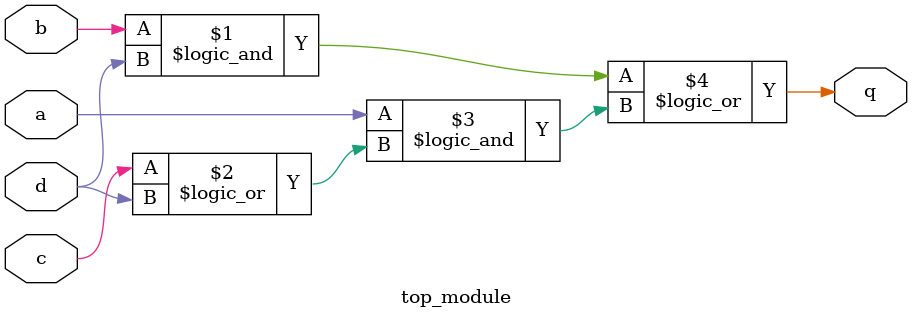
<source format=sv>
module top_module (
    input a, 
    input b, 
    input c, 
    input d,
    output q
);

assign q = (b && d) || (a && (c || d));

endmodule

</source>
